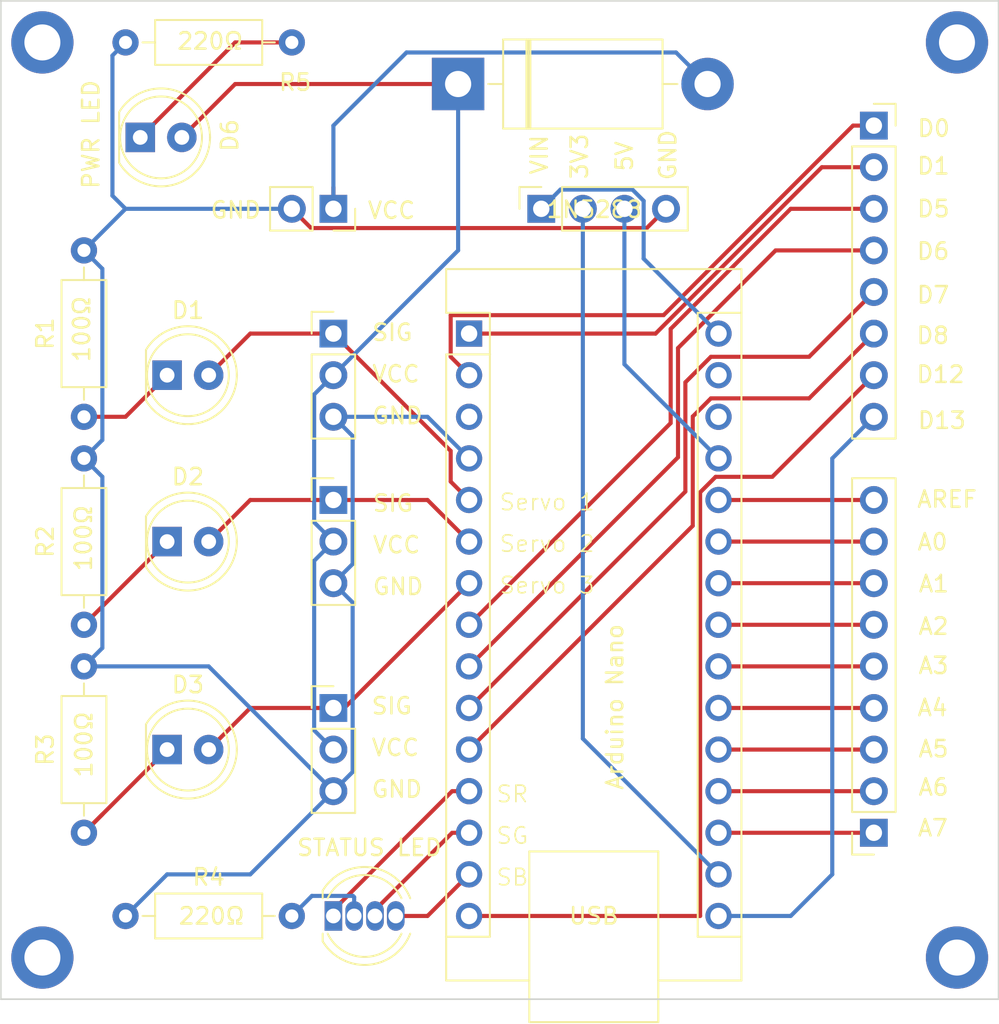
<source format=kicad_pcb>
(kicad_pcb (version 20221018) (generator pcbnew)
  (layers (0 "F.Cu" signal) (31 "B.Cu" signal) (34 "B.Paste" user) (35 "F.Paste" user) (36 "B.SilkS" user "B.Silkscreen") (37 "F.SilkS" user "F.Silkscreen") (38 "B.Mask" user) (39 "F.Mask" user) (44 "Edge.Cuts" user))
  (net 0 "")
  (net 1 "D1")
  (net 2 "D0")
  (net 4 "GND")
  (net 5 "Servo 1")
  (net 6 "Servo 2")
  (net 7 "Servo 3")
  (net 8 "D5")
  (net 9 "D6")
  (net 10 "D7")
  (net 11 "D8")
  (net 12 "Net-(A1-D9)")
  (net 13 "Net-(A1-D10)")
  (net 14 "Net-(A1-D11)")
  (net 15 "D12")
  (net 16 "D13")
  (net 17 "3V3")
  (net 18 "Net-(A1-AREF)")
  (net 19 "Net-(A1-A0)")
  (net 20 "Net-(A1-A1)")
  (net 21 "Net-(A1-A2)")
  (net 22 "Net-(A1-A3)")
  (net 23 "Net-(A1-A4)")
  (net 24 "Net-(A1-A5)")
  (net 25 "Net-(A1-A6)")
  (net 26 "Net-(A1-A7)")
  (net 27 "5V")
  (net 30 "VIN")
  (net 31 "Net-(D1-K)")
  (net 32 "Net-(D2-K)")
  (net 33 "Net-(D3-K)")
  (net 34 "VCC")
  (net 35 "Net-(D5-A)")
  (net 36 "Net-(D4-K)")
  (net 37 "Net-(D6-K)")
  (footprint "MountingHole:MountingHole_2.2mm_M2_DIN965_Pad" (layer "F.Cu") (at 50.8 43.18)
    (fp_text reference "H1" hide)
    (fp_text value "MountingHole" hide)
    (pad "1" thru_hole circle (at 0 0) (size 3.8 3.8) (drill 2.2) (layers "*.Cu" "*.Mask"))
  )
  (footprint "Connector_PinHeader_2.54mm:PinHeader_1x03_P2.54mm_Vertical" (layer "F.Cu") (at 68.58 60.96)
    (fp_text reference "S1" hide)
    (fp_text value "Conn_01x03_Pin" hide)
    (fp_line (start -1.33 -1.33) (end 0 -1.33) (stroke (width 0.12)) (layer "F.SilkS"))
    (fp_line (start -1.33 0) (end -1.33 -1.33) (stroke (width 0.12)) (layer "F.SilkS"))
    (fp_line (start -1.33 1.27) (end -1.33 6.41) (stroke (width 0.12)) (layer "F.SilkS"))
    (fp_line (start -1.33 1.27) (end 1.33 1.27) (stroke (width 0.12)) (layer "F.SilkS"))
    (fp_line (start -1.33 6.41) (end 1.33 6.41) (stroke (width 0.12)) (layer "F.SilkS"))
    (fp_line (start 1.33 1.27) (end 1.33 6.41) (stroke (width 0.12)) (layer "F.SilkS"))
    (pad "1" thru_hole rect (at 0 0) (size 1.7 1.7) (drill 1) (layers "*.Cu" "*.Mask") (net 5 "Servo 1"))
    (pad "2" thru_hole oval (at 0 2.54) (size 1.7 1.7) (drill 1) (layers "*.Cu" "*.Mask") (net 34 "VCC"))
    (pad "3" thru_hole oval (at 0 5.08) (size 1.7 1.7) (drill 1) (layers "*.Cu" "*.Mask") (net 4 "GND"))
  )
  (footprint "Connector_PinHeader_2.54mm:PinHeader_1x03_P2.54mm_Vertical" (layer "F.Cu") (at 68.58 83.82)
    (fp_text reference "S3" hide)
    (fp_text value "Conn_01x03_Pin" hide)
    (fp_line (start -1.33 -1.33) (end 0 -1.33) (stroke (width 0.12)) (layer "F.SilkS"))
    (fp_line (start -1.33 0) (end -1.33 -1.33) (stroke (width 0.12)) (layer "F.SilkS"))
    (fp_line (start -1.33 1.27) (end -1.33 6.41) (stroke (width 0.12)) (layer "F.SilkS"))
    (fp_line (start -1.33 1.27) (end 1.33 1.27) (stroke (width 0.12)) (layer "F.SilkS"))
    (fp_line (start -1.33 6.41) (end 1.33 6.41) (stroke (width 0.12)) (layer "F.SilkS"))
    (fp_line (start 1.33 1.27) (end 1.33 6.41) (stroke (width 0.12)) (layer "F.SilkS"))
    (pad "1" thru_hole rect (at 0 0) (size 1.7 1.7) (drill 1) (layers "*.Cu" "*.Mask") (net 7 "Servo 3"))
    (pad "2" thru_hole oval (at 0 2.54) (size 1.7 1.7) (drill 1) (layers "*.Cu" "*.Mask") (net 34 "VCC"))
    (pad "3" thru_hole oval (at 0 5.08) (size 1.7 1.7) (drill 1) (layers "*.Cu" "*.Mask") (net 4 "GND"))
  )
  (footprint "Connector_PinSocket_2.54mm:PinSocket_1x09_P2.54mm_Vertical" (layer "F.Cu") (at 101.6 91.44 180)
    (fp_text reference "J1" hide)
    (fp_text value "Conn_01x09_Socket" hide)
    (fp_line (start -1.33 1.27) (end -1.33 21.65) (stroke (width 0.12)) (layer "F.SilkS"))
    (fp_line (start -1.33 1.27) (end 1.33 1.27) (stroke (width 0.12)) (layer "F.SilkS"))
    (fp_line (start -1.33 21.65) (end 1.33 21.65) (stroke (width 0.12)) (layer "F.SilkS"))
    (fp_line (start 0 -1.33) (end 1.33 -1.33) (stroke (width 0.12)) (layer "F.SilkS"))
    (fp_line (start 1.33 -1.33) (end 1.33 0) (stroke (width 0.12)) (layer "F.SilkS"))
    (fp_line (start 1.33 1.27) (end 1.33 21.65) (stroke (width 0.12)) (layer "F.SilkS"))
    (pad "1" thru_hole rect (at 0 0 180) (size 1.7 1.7) (drill 1) (layers "*.Cu" "*.Mask") (net 18 "Net-(A1-AREF)"))
    (pad "2" thru_hole oval (at 0 2.54 180) (size 1.7 1.7) (drill 1) (layers "*.Cu" "*.Mask") (net 19 "Net-(A1-A0)"))
    (pad "3" thru_hole oval (at 0 5.08 180) (size 1.7 1.7) (drill 1) (layers "*.Cu" "*.Mask") (net 20 "Net-(A1-A1)"))
    (pad "4" thru_hole oval (at 0 7.62 180) (size 1.7 1.7) (drill 1) (layers "*.Cu" "*.Mask") (net 21 "Net-(A1-A2)"))
    (pad "5" thru_hole oval (at 0 10.16 180) (size 1.7 1.7) (drill 1) (layers "*.Cu" "*.Mask") (net 22 "Net-(A1-A3)"))
    (pad "6" thru_hole oval (at 0 12.7 180) (size 1.7 1.7) (drill 1) (layers "*.Cu" "*.Mask") (net 23 "Net-(A1-A4)"))
    (pad "7" thru_hole oval (at 0 15.24 180) (size 1.7 1.7) (drill 1) (layers "*.Cu" "*.Mask") (net 24 "Net-(A1-A5)"))
    (pad "8" thru_hole oval (at 0 17.78 180) (size 1.7 1.7) (drill 1) (layers "*.Cu" "*.Mask") (net 25 "Net-(A1-A6)"))
    (pad "9" thru_hole oval (at 0 20.32 180) (size 1.7 1.7) (drill 1) (layers "*.Cu" "*.Mask") (net 26 "Net-(A1-A7)"))
  )
  (footprint "LED_THT:LED_D5.0mm" (layer "F.Cu") (at 58.42 73.66)
    (fp_text reference "D2" (at 1.27 -3.96) (layer "F.SilkS"))
    (fp_text value "LED2" hide)
    (fp_line (start -1.29 -1.545) (end -1.29 1.545) (stroke (width 0.12)) (layer "F.SilkS"))
    (fp_arc (start -1.29 -1.54483) (mid 2.072002 -2.880433) (end 4.26 0.000462) (stroke (width 0.12)) (layer "F.SilkS"))
    (fp_arc (start 4.26 -0.000462) (mid 2.072002 2.880433) (end -1.29 1.54483) (stroke (width 0.12)) (layer "F.SilkS"))
    (fp_circle (center 1.27 0) (end 3.77 0) (stroke (width 0.12)) (fill none) (layer "F.SilkS"))
    (pad "1" thru_hole rect (at 0 0) (size 1.8 1.8) (drill 0.9) (layers "*.Cu" "*.Mask") (net 32 "Net-(D2-K)"))
    (pad "2" thru_hole circle (at 2.54 0) (size 1.8 1.8) (drill 0.9) (layers "*.Cu" "*.Mask") (net 6 "Servo 2"))
  )
  (footprint "Resistor_THT:R_Axial_DIN0207_L6.3mm_D2.5mm_P10.16mm_Horizontal" (layer "F.Cu") (at 53.34 78.74 90)
    (fp_text reference "R2" (at 5.08 -2.37 90) (layer "F.SilkS"))
    (fp_text value "R" hide)
    (fp_line (start 1.04 0) (end 1.81 0) (stroke (width 0.12)) (layer "F.SilkS"))
    (fp_line (start 1.81 -1.37) (end 1.81 1.37) (stroke (width 0.12)) (layer "F.SilkS"))
    (fp_line (start 1.81 1.37) (end 8.35 1.37) (stroke (width 0.12)) (layer "F.SilkS"))
    (fp_line (start 8.35 -1.37) (end 1.81 -1.37) (stroke (width 0.12)) (layer "F.SilkS"))
    (fp_line (start 8.35 1.37) (end 8.35 -1.37) (stroke (width 0.12)) (layer "F.SilkS"))
    (fp_line (start 9.12 0) (end 8.35 0) (stroke (width 0.12)) (layer "F.SilkS"))
    (pad "1" thru_hole circle (at 0 0 90) (size 1.6 1.6) (drill 0.8) (layers "*.Cu" "*.Mask") (net 32 "Net-(D2-K)"))
    (pad "2" thru_hole oval (at 10.16 0 90) (size 1.6 1.6) (drill 0.8) (layers "*.Cu" "*.Mask") (net 4 "GND"))
  )
  (footprint "Diode_THT:D_DO-201AD_P15.24mm_Horizontal" (layer "F.Cu") (at 76.2 45.72)
    (fp_text reference "D5" hide)
    (fp_text value "1N5822" hide)
    (fp_line (start 1.84 0) (end 2.75 0) (stroke (width 0.12)) (layer "F.SilkS"))
    (fp_line (start 2.75 -2.72) (end 2.75 2.72) (stroke (width 0.12)) (layer "F.SilkS"))
    (fp_line (start 2.75 2.72) (end 12.49 2.72) (stroke (width 0.12)) (layer "F.SilkS"))
    (fp_line (start 4.175 -2.72) (end 4.175 2.72) (stroke (width 0.12)) (layer "F.SilkS"))
    (fp_line (start 4.295 -2.72) (end 4.295 2.72) (stroke (width 0.12)) (layer "F.SilkS"))
    (fp_line (start 4.415 -2.72) (end 4.415 2.72) (stroke (width 0.12)) (layer "F.SilkS"))
    (fp_line (start 12.49 -2.72) (end 2.75 -2.72) (stroke (width 0.12)) (layer "F.SilkS"))
    (fp_line (start 12.49 2.72) (end 12.49 -2.72) (stroke (width 0.12)) (layer "F.SilkS"))
    (fp_line (start 13.4 0) (end 12.49 0) (stroke (width 0.12)) (layer "F.SilkS"))
    (pad "1" thru_hole rect (at 0 0) (size 3.2 3.2) (drill 1.6) (layers "*.Cu" "*.Mask") (net 34 "VCC"))
    (pad "2" thru_hole oval (at 15.24 0) (size 3.2 3.2) (drill 1.6) (layers "*.Cu" "*.Mask") (net 35 "Net-(D5-A)"))
  )
  (footprint "LED_THT:LED_D5.0mm" (layer "F.Cu") (at 56.78 48.98)
    (fp_text reference "D6" (at 5.466444 -0.127949 90) (layer "F.SilkS"))
    (fp_text value "LED" hide)
    (fp_line (start -1.29 -1.545) (end -1.29 1.545) (stroke (width 0.12)) (layer "F.SilkS"))
    (fp_arc (start -1.29 -1.54483) (mid 2.072002 -2.880433) (end 4.26 0.000462) (stroke (width 0.12)) (layer "F.SilkS"))
    (fp_arc (start 4.26 -0.000462) (mid 2.072002 2.880433) (end -1.29 1.54483) (stroke (width 0.12)) (layer "F.SilkS"))
    (fp_circle (center 1.27 0) (end 3.77 0) (stroke (width 0.12)) (fill none) (layer "F.SilkS"))
    (pad "1" thru_hole rect (at 0 0) (size 1.8 1.8) (drill 0.9) (layers "*.Cu" "*.Mask") (net 37 "Net-(D6-K)"))
    (pad "2" thru_hole circle (at 2.54 0) (size 1.8 1.8) (drill 0.9) (layers "*.Cu" "*.Mask") (net 34 "VCC"))
  )
  (footprint "Resistor_THT:R_Axial_DIN0207_L6.3mm_D2.5mm_P10.16mm_Horizontal" (layer "F.Cu") (at 55.88 96.52)
    (fp_text reference "R4" (at 5.08 -2.37) (layer "F.SilkS"))
    (fp_text value "R" hide)
    (fp_line (start 1.04 0) (end 1.81 0) (stroke (width 0.12)) (layer "F.SilkS"))
    (fp_line (start 1.81 -1.37) (end 1.81 1.37) (stroke (width 0.12)) (layer "F.SilkS"))
    (fp_line (start 1.81 1.37) (end 8.35 1.37) (stroke (width 0.12)) (layer "F.SilkS"))
    (fp_line (start 8.35 -1.37) (end 1.81 -1.37) (stroke (width 0.12)) (layer "F.SilkS"))
    (fp_line (start 8.35 1.37) (end 8.35 -1.37) (stroke (width 0.12)) (layer "F.SilkS"))
    (fp_line (start 9.12 0) (end 8.35 0) (stroke (width 0.12)) (layer "F.SilkS"))
    (pad "1" thru_hole circle (at 0 0) (size 1.6 1.6) (drill 0.8) (layers "*.Cu" "*.Mask") (net 4 "GND"))
    (pad "2" thru_hole oval (at 10.16 0) (size 1.6 1.6) (drill 0.8) (layers "*.Cu" "*.Mask") (net 36 "Net-(D4-K)"))
  )
  (footprint "MountingHole:MountingHole_2.2mm_M2_DIN965_Pad" (layer "F.Cu") (at 106.68 43.18)
    (fp_text reference "H3" hide)
    (fp_text value "MountingHole" hide)
    (pad "1" thru_hole circle (at 0 0) (size 3.8 3.8) (drill 2.2) (layers "*.Cu" "*.Mask"))
  )
  (footprint "Resistor_THT:R_Axial_DIN0207_L6.3mm_D2.5mm_P10.16mm_Horizontal" (layer "F.Cu") (at 55.88 43.18)
    (fp_text reference "R5" (at 10.362219 2.436448) (layer "F.SilkS"))
    (fp_text value "R" hide)
    (fp_line (start 1.04 0) (end 1.81 0) (stroke (width 0.12)) (layer "F.SilkS"))
    (fp_line (start 1.81 -1.37) (end 1.81 1.37) (stroke (width 0.12)) (layer "F.SilkS"))
    (fp_line (start 1.81 1.37) (end 8.35 1.37) (stroke (width 0.12)) (layer "F.SilkS"))
    (fp_line (start 8.35 -1.37) (end 1.81 -1.37) (stroke (width 0.12)) (layer "F.SilkS"))
    (fp_line (start 8.35 1.37) (end 8.35 -1.37) (stroke (width 0.12)) (layer "F.SilkS"))
    (fp_line (start 9.12 0) (end 8.35 0) (stroke (width 0.12)) (layer "F.SilkS"))
    (pad "1" thru_hole circle (at 0 0) (size 1.6 1.6) (drill 0.8) (layers "*.Cu" "*.Mask") (net 4 "GND"))
    (pad "2" thru_hole oval (at 10.16 0) (size 1.6 1.6) (drill 0.8) (layers "*.Cu" "*.Mask") (net 37 "Net-(D6-K)"))
  )
  (footprint "LED_THT:LED_D5.0mm" (layer "F.Cu") (at 58.42 63.5)
    (fp_text reference "D1" (at 1.27 -3.96) (layer "F.SilkS"))
    (fp_text value "LED1" hide)
    (fp_line (start -1.29 -1.545) (end -1.29 1.545) (stroke (width 0.12)) (layer "F.SilkS"))
    (fp_arc (start -1.29 -1.54483) (mid 2.072002 -2.880433) (end 4.26 0.000462) (stroke (width 0.12)) (layer "F.SilkS"))
    (fp_arc (start 4.26 -0.000462) (mid 2.072002 2.880433) (end -1.29 1.54483) (stroke (width 0.12)) (layer "F.SilkS"))
    (fp_circle (center 1.27 0) (end 3.77 0) (stroke (width 0.12)) (fill none) (layer "F.SilkS"))
    (pad "1" thru_hole rect (at 0 0) (size 1.8 1.8) (drill 0.9) (layers "*.Cu" "*.Mask") (net 31 "Net-(D1-K)"))
    (pad "2" thru_hole circle (at 2.54 0) (size 1.8 1.8) (drill 0.9) (layers "*.Cu" "*.Mask") (net 5 "Servo 1"))
  )
  (footprint "MountingHole:MountingHole_2.2mm_M2_DIN965_Pad" (layer "F.Cu") (at 50.8 99.06)
    (fp_text reference "H4" hide)
    (fp_text value "MountingHole" hide)
    (pad "1" thru_hole circle (at 0 0) (size 3.8 3.8) (drill 2.2) (layers "*.Cu" "*.Mask"))
  )
  (footprint "LED_THT:LED_D5.0mm-4_RGB" (layer "F.Cu") (at 68.58 96.52)
    (fp_text reference "D4" hide)
    (fp_text value "LED_RKGB" hide)
    (fp_line (start -0.655 -1.545) (end -0.655 -1.08) (stroke (width 0.12)) (layer "F.SilkS"))
    (fp_line (start -0.655 1.08) (end -0.655 1.545) (stroke (width 0.12)) (layer "F.SilkS"))
    (fp_arc (start -0.655 -1.54483) (mid 2.163456 -2.978809) (end 4.692815 -1.080827) (stroke (width 0.12)) (layer "F.SilkS"))
    (fp_arc (start -0.349684 -1.08) (mid 1.904762 -2.5) (end 4.159479 -1.080429) (stroke (width 0.12)) (layer "F.SilkS"))
    (fp_arc (start 4.159479 1.080429) (mid 1.904762 2.5) (end -0.349684 1.08) (stroke (width 0.12)) (layer "F.SilkS"))
    (fp_arc (start 4.692815 1.080827) (mid 2.163456 2.978808) (end -0.655 1.54483) (stroke (width 0.12)) (layer "F.SilkS"))
    (pad "1" thru_hole rect (at 0 0) (size 1.07 1.8) (drill 0.9) (layers "*.Cu" "*.Mask") (net 12 "Net-(A1-D9)"))
    (pad "2" thru_hole oval (at 1.27 0) (size 1.07 1.8) (drill 0.9) (layers "*.Cu" "*.Mask") (net 36 "Net-(D4-K)"))
    (pad "3" thru_hole oval (at 2.54 0) (size 1.07 1.8) (drill 0.9) (layers "*.Cu" "*.Mask") (net 13 "Net-(A1-D10)"))
    (pad "4" thru_hole oval (at 3.81 0) (size 1.07 1.8) (drill 0.9) (layers "*.Cu" "*.Mask") (net 14 "Net-(A1-D11)"))
  )
  (footprint "Connector_PinSocket_2.54mm:PinSocket_1x02_P2.54mm_Vertical" (layer "F.Cu") (at 68.58 53.34 -90)
    (fp_text reference "J2" hide)
    (fp_text value "PWR" hide)
    (fp_line (start -1.33 1.27) (end -1.33 3.87) (stroke (width 0.12)) (layer "F.SilkS"))
    (fp_line (start -1.33 1.27) (end 1.33 1.27) (stroke (width 0.12)) (layer "F.SilkS"))
    (fp_line (start -1.33 3.87) (end 1.33 3.87) (stroke (width 0.12)) (layer "F.SilkS"))
    (fp_line (start 0 -1.33) (end 1.33 -1.33) (stroke (width 0.12)) (layer "F.SilkS"))
    (fp_line (start 1.33 -1.33) (end 1.33 0) (stroke (width 0.12)) (layer "F.SilkS"))
    (fp_line (start 1.33 1.27) (end 1.33 3.87) (stroke (width 0.12)) (layer "F.SilkS"))
    (pad "1" thru_hole rect (at 0 0 270) (size 1.7 1.7) (drill 1) (layers "*.Cu" "*.Mask") (net 35 "Net-(D5-A)"))
    (pad "2" thru_hole oval (at 0 2.54 270) (size 1.7 1.7) (drill 1) (layers "*.Cu" "*.Mask") (net 4 "GND"))
  )
  (footprint "Resistor_THT:R_Axial_DIN0207_L6.3mm_D2.5mm_P10.16mm_Horizontal" (layer "F.Cu") (at 53.34 66.04 90)
    (fp_text reference "R1" (at 5.08 -2.37 90) (layer "F.SilkS"))
    (fp_text value "R" hide)
    (fp_line (start 1.04 0) (end 1.81 0) (stroke (width 0.12)) (layer "F.SilkS"))
    (fp_line (start 1.81 -1.37) (end 1.81 1.37) (stroke (width 0.12)) (layer "F.SilkS"))
    (fp_line (start 1.81 1.37) (end 8.35 1.37) (stroke (width 0.12)) (layer "F.SilkS"))
    (fp_line (start 8.35 -1.37) (end 1.81 -1.37) (stroke (width 0.12)) (layer "F.SilkS"))
    (fp_line (start 8.35 1.37) (end 8.35 -1.37) (stroke (width 0.12)) (layer "F.SilkS"))
    (fp_line (start 9.12 0) (end 8.35 0) (stroke (width 0.12)) (layer "F.SilkS"))
    (pad "1" thru_hole circle (at 0 0 90) (size 1.6 1.6) (drill 0.8) (layers "*.Cu" "*.Mask") (net 31 "Net-(D1-K)"))
    (pad "2" thru_hole oval (at 10.16 0 90) (size 1.6 1.6) (drill 0.8) (layers "*.Cu" "*.Mask") (net 4 "GND"))
  )
  (footprint "Module:Arduino_Nano" (layer "F.Cu") (at 76.87 60.96)
    (fp_text reference "A1" hide)
    (fp_text value "Arduino_Nano_v3.x" hide)
    (fp_text user "USB" (at 7.62 35.56 unlocked) (layer "F.SilkS"))
    (fp_line (start -1.4 -3.94) (end -1.4 -1.27) (stroke (width 0.12)) (layer "F.SilkS"))
    (fp_line (start -1.4 1.27) (end -1.4 39.5) (stroke (width 0.12)) (layer "F.SilkS"))
    (fp_line (start -1.4 39.5) (end 3.68 39.5) (stroke (width 0.12)) (layer "F.SilkS"))
    (fp_line (start 1.27 -1.27) (end -1.4 -1.27) (stroke (width 0.12)) (layer "F.SilkS"))
    (fp_line (start 1.27 1.27) (end -1.4 1.27) (stroke (width 0.12)) (layer "F.SilkS"))
    (fp_line (start 1.27 1.27) (end 1.27 -1.27) (stroke (width 0.12)) (layer "F.SilkS"))
    (fp_line (start 1.27 1.27) (end 1.27 36.83) (stroke (width 0.12)) (layer "F.SilkS"))
    (fp_line (start 1.27 36.83) (end -1.4 36.83) (stroke (width 0.12)) (layer "F.SilkS"))
    (fp_line (start 3.68 31.62) (end 11.56 31.62) (stroke (width 0.12)) (layer "F.SilkS"))
    (fp_line (start 3.68 42.04) (end 3.68 31.62) (stroke (width 0.12)) (layer "F.SilkS"))
    (fp_line (start 11.56 31.62) (end 11.56 42.04) (stroke (width 0.12)) (layer "F.SilkS"))
    (fp_line (start 11.56 42.04) (end 3.68 42.04) (stroke (width 0.12)) (layer "F.SilkS"))
    (fp_line (start 13.97 -1.27) (end 13.97 36.83) (stroke (width 0.12)) (layer "F.SilkS"))
    (fp_line (start 13.97 -1.27) (end 16.64 -1.27) (stroke (width 0.12)) (layer "F.SilkS"))
    (fp_line (start 13.97 36.83) (end 16.64 36.83) (stroke (width 0.12)) (layer "F.SilkS"))
    (fp_line (start 16.64 -3.94) (end -1.4 -3.94) (stroke (width 0.12)) (layer "F.SilkS"))
    (fp_line (start 16.64 39.5) (end 11.56 39.5) (stroke (width 0.12)) (layer "F.SilkS"))
    (fp_line (start 16.64 39.5) (end 16.64 -3.94) (stroke (width 0.12)) (layer "F.SilkS"))
    (pad "1" thru_hole rect (at 0 0) (size 1.6 1.6) (drill 1) (layers "*.Cu" "*.Mask") (net 1 "D1"))
    (pad "2" thru_hole oval (at 0 2.54) (size 1.6 1.6) (drill 1) (layers "*.Cu" "*.Mask") (net 2 "D0"))
    (pad "3" thru_hole oval (at 0 5.08) (size 1.6 1.6) (drill 1) (layers "*.Cu" "*.Mask"))
    (pad "4" thru_hole oval (at 0 7.62) (size 1.6 1.6) (drill 1) (layers "*.Cu" "*.Mask") (net 4 "GND"))
    (pad "5" thru_hole oval (at 0 10.16) (size 1.6 1.6) (drill 1) (layers "*.Cu" "*.Mask") (net 5 "Servo 1"))
    (pad "6" thru_hole oval (at 0 12.7) (size 1.6 1.6) (drill 1) (layers "*.Cu" "*.Mask") (net 6 "Servo 2"))
    (pad "7" thru_hole oval (at 0 15.24) (size 1.6 1.6) (drill 1) (layers "*.Cu" "*.Mask") (net 7 "Servo 3"))
    (pad "8" thru_hole oval (at 0 17.78) (size 1.6 1.6) (drill 1) (layers "*.Cu" "*.Mask") (net 8 "D5"))
    (pad "9" thru_hole oval (at 0 20.32) (size 1.6 1.6) (drill 1) (layers "*.Cu" "*.Mask") (net 9 "D6"))
    (pad "10" thru_hole oval (at 0 22.86) (size 1.6 1.6) (drill 1) (layers "*.Cu" "*.Mask") (net 10 "D7"))
    (pad "11" thru_hole oval (at 0 25.4) (size 1.6 1.6) (drill 1) (layers "*.Cu" "*.Mask") (net 11 "D8"))
    (pad "12" thru_hole oval (at 0 27.94) (size 1.6 1.6) (drill 1) (layers "*.Cu" "*.Mask") (net 12 "Net-(A1-D9)"))
    (pad "13" thru_hole oval (at 0 30.48) (size 1.6 1.6) (drill 1) (layers "*.Cu" "*.Mask") (net 13 "Net-(A1-D10)"))
    (pad "14" thru_hole oval (at 0 33.02) (size 1.6 1.6) (drill 1) (layers "*.Cu" "*.Mask") (net 14 "Net-(A1-D11)"))
    (pad "15" thru_hole oval (at 0 35.56) (size 1.6 1.6) (drill 1) (layers "*.Cu" "*.Mask") (net 15 "D12"))
    (pad "16" thru_hole oval (at 15.24 35.56) (size 1.6 1.6) (drill 1) (layers "*.Cu" "*.Mask") (net 16 "D13"))
    (pad "17" thru_hole oval (at 15.24 33.02) (size 1.6 1.6) (drill 1) (layers "*.Cu" "*.Mask") (net 17 "3V3"))
    (pad "18" thru_hole oval (at 15.24 30.48) (size 1.6 1.6) (drill 1) (layers "*.Cu" "*.Mask") (net 18 "Net-(A1-AREF)"))
    (pad "19" thru_hole oval (at 15.24 27.94) (size 1.6 1.6) (drill 1) (layers "*.Cu" "*.Mask") (net 19 "Net-(A1-A0)"))
    (pad "20" thru_hole oval (at 15.24 25.4) (size 1.6 1.6) (drill 1) (layers "*.Cu" "*.Mask") (net 20 "Net-(A1-A1)"))
    (pad "21" thru_hole oval (at 15.24 22.86) (size 1.6 1.6) (drill 1) (layers "*.Cu" "*.Mask") (net 21 "Net-(A1-A2)"))
    (pad "22" thru_hole oval (at 15.24 20.32) (size 1.6 1.6) (drill 1) (layers "*.Cu" "*.Mask") (net 22 "Net-(A1-A3)"))
    (pad "23" thru_hole oval (at 15.24 17.78) (size 1.6 1.6) (drill 1) (layers "*.Cu" "*.Mask") (net 23 "Net-(A1-A4)"))
    (pad "24" thru_hole oval (at 15.24 15.24) (size 1.6 1.6) (drill 1) (layers "*.Cu" "*.Mask") (net 24 "Net-(A1-A5)"))
    (pad "25" thru_hole oval (at 15.24 12.7) (size 1.6 1.6) (drill 1) (layers "*.Cu" "*.Mask") (net 25 "Net-(A1-A6)"))
    (pad "26" thru_hole oval (at 15.24 10.16) (size 1.6 1.6) (drill 1) (layers "*.Cu" "*.Mask") (net 26 "Net-(A1-A7)"))
    (pad "27" thru_hole oval (at 15.24 7.62) (size 1.6 1.6) (drill 1) (layers "*.Cu" "*.Mask") (net 27 "5V"))
    (pad "28" thru_hole oval (at 15.24 5.08) (size 1.6 1.6) (drill 1) (layers "*.Cu" "*.Mask"))
    (pad "29" thru_hole oval (at 15.24 2.54) (size 1.6 1.6) (drill 1) (layers "*.Cu" "*.Mask"))
    (pad "30" thru_hole oval (at 15.24 0) (size 1.6 1.6) (drill 1) (layers "*.Cu" "*.Mask") (net 30 "VIN"))
  )
  (footprint "Connector_PinHeader_2.54mm:PinHeader_1x03_P2.54mm_Vertical" (layer "F.Cu") (at 68.58 71.12)
    (fp_text reference "S2" hide)
    (fp_text value "Conn_01x03_Pin" hide)
    (fp_line (start -1.33 -1.33) (end 0 -1.33) (stroke (width 0.12)) (layer "F.SilkS"))
    (fp_line (start -1.33 0) (end -1.33 -1.33) (stroke (width 0.12)) (layer "F.SilkS"))
    (fp_line (start -1.33 1.27) (end -1.33 6.41) (stroke (width 0.12)) (layer "F.SilkS"))
    (fp_line (start -1.33 1.27) (end 1.33 1.27) (stroke (width 0.12)) (layer "F.SilkS"))
    (fp_line (start -1.33 6.41) (end 1.33 6.41) (stroke (width 0.12)) (layer "F.SilkS"))
    (fp_line (start 1.33 1.27) (end 1.33 6.41) (stroke (width 0.12)) (layer "F.SilkS"))
    (pad "1" thru_hole rect (at 0 0) (size 1.7 1.7) (drill 1) (layers "*.Cu" "*.Mask") (net 6 "Servo 2"))
    (pad "2" thru_hole oval (at 0 2.54) (size 1.7 1.7) (drill 1) (layers "*.Cu" "*.Mask") (net 34 "VCC"))
    (pad "3" thru_hole oval (at 0 5.08) (size 1.7 1.7) (drill 1) (layers "*.Cu" "*.Mask") (net 4 "GND"))
  )
  (footprint "Connector_PinSocket_2.54mm:PinSocket_1x08_P2.54mm_Vertical" (layer "F.Cu") (at 101.6 48.26)
    (fp_text reference "J3" hide)
    (fp_text value "Conn_01x08_Socket" hide)
    (fp_line (start -1.33 1.27) (end -1.33 19.11) (stroke (width 0.12)) (layer "F.SilkS"))
    (fp_line (start -1.33 1.27) (end 1.33 1.27) (stroke (width 0.12)) (layer "F.SilkS"))
    (fp_line (start -1.33 19.11) (end 1.33 19.11) (stroke (width 0.12)) (layer "F.SilkS"))
    (fp_line (start 0 -1.33) (end 1.33 -1.33) (stroke (width 0.12)) (layer "F.SilkS"))
    (fp_line (start 1.33 -1.33) (end 1.33 0) (stroke (width 0.12)) (layer "F.SilkS"))
    (fp_line (start 1.33 1.27) (end 1.33 19.11) (stroke (width 0.12)) (layer "F.SilkS"))
    (pad "1" thru_hole rect (at 0 0) (size 1.7 1.7) (drill 1) (layers "*.Cu" "*.Mask") (net 2 "D0"))
    (pad "2" thru_hole oval (at 0 2.54) (size 1.7 1.7) (drill 1) (layers "*.Cu" "*.Mask") (net 1 "D1"))
    (pad "3" thru_hole oval (at 0 5.08) (size 1.7 1.7) (drill 1) (layers "*.Cu" "*.Mask") (net 8 "D5"))
    (pad "4" thru_hole oval (at 0 7.62) (size 1.7 1.7) (drill 1) (layers "*.Cu" "*.Mask") (net 9 "D6"))
    (pad "5" thru_hole oval (at 0 10.16) (size 1.7 1.7) (drill 1) (layers "*.Cu" "*.Mask") (net 10 "D7"))
    (pad "6" thru_hole oval (at 0 12.7) (size 1.7 1.7) (drill 1) (layers "*.Cu" "*.Mask") (net 11 "D8"))
    (pad "7" thru_hole oval (at 0 15.24) (size 1.7 1.7) (drill 1) (layers "*.Cu" "*.Mask") (net 15 "D12"))
    (pad "8" thru_hole oval (at 0 17.78) (size 1.7 1.7) (drill 1) (layers "*.Cu" "*.Mask") (net 16 "D13"))
  )
  (footprint "MountingHole:MountingHole_2.2mm_M2_DIN965_Pad" (layer "F.Cu") (at 106.68 99.06)
    (fp_text reference "H2" hide)
    (fp_text value "MountingHole" hide)
    (pad "1" thru_hole circle (at 0 0) (size 3.8 3.8) (drill 2.2) (layers "*.Cu" "*.Mask"))
  )
  (footprint "LED_THT:LED_D5.0mm" (layer "F.Cu") (at 58.42 86.36)
    (fp_text reference "D3" (at 1.27 -3.96) (layer "F.SilkS"))
    (fp_text value "LED3" hide)
    (fp_line (start -1.29 -1.545) (end -1.29 1.545) (stroke (width 0.12)) (layer "F.SilkS"))
    (fp_arc (start -1.29 -1.54483) (mid 2.072002 -2.880433) (end 4.26 0.000462) (stroke (width 0.12)) (layer "F.SilkS"))
    (fp_arc (start 4.26 -0.000462) (mid 2.072002 2.880433) (end -1.29 1.54483) (stroke (width 0.12)) (layer "F.SilkS"))
    (fp_circle (center 1.27 0) (end 3.77 0) (stroke (width 0.12)) (fill none) (layer "F.SilkS"))
    (pad "1" thru_hole rect (at 0 0) (size 1.8 1.8) (drill 0.9) (layers "*.Cu" "*.Mask") (net 33 "Net-(D3-K)"))
    (pad "2" thru_hole circle (at 2.54 0) (size 1.8 1.8) (drill 0.9) (layers "*.Cu" "*.Mask") (net 7 "Servo 3"))
  )
  (footprint "Connector_PinSocket_2.54mm:PinSocket_1x04_P2.54mm_Vertical" (layer "F.Cu") (at 81.28 53.34 90)
    (fp_text reference "J4" hide)
    (fp_text value "Conn_01x04_Socket" hide)
    (fp_line (start -1.33 1.27) (end -1.33 8.95) (stroke (width 0.12)) (layer "F.SilkS"))
    (fp_line (start -1.33 1.27) (end 1.33 1.27) (stroke (width 0.12)) (layer "F.SilkS"))
    (fp_line (start -1.33 8.95) (end 1.33 8.95) (stroke (width 0.12)) (layer "F.SilkS"))
    (fp_line (start 0 -1.33) (end 1.33 -1.33) (stroke (width 0.12)) (layer "F.SilkS"))
    (fp_line (start 1.33 -1.33) (end 1.33 0) (stroke (width 0.12)) (layer "F.SilkS"))
    (fp_line (start 1.33 1.27) (end 1.33 8.95) (stroke (width 0.12)) (layer "F.SilkS"))
    (pad "1" thru_hole rect (at 0 0 90) (size 1.7 1.7) (drill 1) (layers "*.Cu" "*.Mask") (net 30 "VIN"))
    (pad "2" thru_hole oval (at 0 2.54 90) (size 1.7 1.7) (drill 1) (layers "*.Cu" "*.Mask") (net 17 "3V3"))
    (pad "3" thru_hole oval (at 0 5.08 90) (size 1.7 1.7) (drill 1) (layers "*.Cu" "*.Mask") (net 27 "5V"))
    (pad "4" thru_hole oval (at 0 7.62 90) (size 1.7 1.7) (drill 1) (layers "*.Cu" "*.Mask") (net 4 "GND"))
  )
  (footprint "Resistor_THT:R_Axial_DIN0207_L6.3mm_D2.5mm_P10.16mm_Horizontal" (layer "F.Cu") (at 53.34 91.44 90)
    (fp_text reference "R3" (at 5.08 -2.37 90) (layer "F.SilkS"))
    (fp_text value "R" hide)
    (fp_line (start 1.04 0) (end 1.81 0) (stroke (width 0.12)) (layer "F.SilkS"))
    (fp_line (start 1.81 -1.37) (end 1.81 1.37) (stroke (width 0.12)) (layer "F.SilkS"))
    (fp_line (start 1.81 1.37) (end 8.35 1.37) (stroke (width 0.12)) (layer "F.SilkS"))
    (fp_line (start 8.35 -1.37) (end 1.81 -1.37) (stroke (width 0.12)) (layer "F.SilkS"))
    (fp_line (start 8.35 1.37) (end 8.35 -1.37) (stroke (width 0.12)) (layer "F.SilkS"))
    (fp_line (start 9.12 0) (end 8.35 0) (stroke (width 0.12)) (layer "F.SilkS"))
    (pad "1" thru_hole circle (at 0 0 90) (size 1.6 1.6) (drill 0.8) (layers "*.Cu" "*.Mask") (net 33 "Net-(D3-K)"))
    (pad "2" thru_hole oval (at 10.16 0 90) (size 1.6 1.6) (drill 0.8) (layers "*.Cu" "*.Mask") (net 4 "GND"))
  )
  (gr_rect (start 48.26 40.64) (end 109.22 101.6) (stroke (width 0.1)) (fill none) (layer "Edge.Cuts"))
  (gr_text "SG" (at 78.474018 92.200575) (layer "F.SilkS") (effects (font (size 1 1) (thickness 0.1)) (justify left bottom)))
  (gr_text "VCC" (at 70.8371 86.824583) (layer "F.SilkS") (effects (font (size 1 1)) (justify left bottom)))
  (gr_text "Servo 3" (at 78.663176 76.913347) (layer "F.SilkS") (effects (font (size 1 1) (thickness 0.1)) (justify left bottom)))
  (gr_text "GND" (at 89.600621 51.678643 90) (layer "F.SilkS") (effects (font (size 1 1)) (justify left bottom)))
  (gr_text "1N5288" (at 81.516567 53.966745) (layer "F.SilkS") (effects (font (size 1 1)) (justify left bottom)))
  (gr_text "Servo 2" (at 78.663176 74.373347) (layer "F.SilkS") (effects (font (size 1 1) (thickness 0.1)) (justify left bottom)))
  (gr_text "A4" (at 104.185076 84.388886) (layer "F.SilkS") (effects (font (size 1 1)) (justify left bottom)))
  (gr_text "D6" (at 104.146093 56.515918) (layer "F.SilkS") (effects (font (size 1 1)) (justify left bottom)))
  (gr_text "SR" (at 78.474018 89.660575) (layer "F.SilkS") (effects (font (size 1 1) (thickness 0.1)) (justify left bottom)))
  (gr_text "VCC" (at 70.907825 74.447717) (layer "F.SilkS") (effects (font (size 1 1)) (justify left bottom)))
  (gr_text "SIG" (at 70.872462 61.475786) (layer "F.SilkS") (effects (font (size 1 1)) (justify left bottom)))
  (gr_text "D8" (at 104.126602 61.661697) (layer "F.SilkS") (effects (font (size 1 1)) (justify left bottom)))
  (gr_text "D5" (at 104.165585 53.923537) (layer "F.SilkS") (effects (font (size 1 1)) (justify left bottom)))
  (gr_text "D12" (at 104.126602 64.03967) (layer "F.SilkS") (effects (font (size 1 1)) (justify left bottom)))
  (gr_text "D13" (at 104.204568 66.846458) (layer "F.SilkS") (effects (font (size 1 1)) (justify left bottom)))
  (gr_text "A3" (at 104.243551 81.815997) (layer "F.SilkS") (effects (font (size 1 1)) (justify left bottom)))
  (gr_text "A6" (at 104.243551 89.242291) (layer "F.SilkS") (effects (font (size 1 1)) (justify left bottom)))
  (gr_text "SIG" (at 70.907825 71.907717) (layer "F.SilkS") (effects (font (size 1 1)) (justify left bottom)))
  (gr_text "VCC" (at 70.872462 64.015786) (layer "F.SilkS") (effects (font (size 1 1)) (justify left bottom)))
  (gr_text "D7" (at 104.146093 59.186265) (layer "F.SilkS") (effects (font (size 1 1)) (justify left bottom)))
  (gr_text "220Ω" (at 58.952366 43.686781) (layer "F.SilkS") (effects (font (size 1 1)) (justify left bottom)))
  (gr_text "STATUS LED" (at 66.27534 92.930095) (layer "F.SilkS") (effects (font (size 1 1)) (justify left bottom)))
  (gr_text "5V" (at 86.949765 51.132878 90) (layer "F.SilkS") (effects (font (size 1 1)) (justify left bottom)))
  (gr_text "SIG" (at 70.8371 84.284583) (layer "F.SilkS") (effects (font (size 1 1)) (justify left bottom)))
  (gr_text "GND" (at 70.8371 89.364583) (layer "F.SilkS") (effects (font (size 1 1)) (justify left bottom)))
  (gr_text "AREF" (at 104.165585 71.66088) (layer "F.SilkS") (effects (font (size 1 1)) (justify left bottom)))
  (gr_text "A0\n" (at 104.185076 74.272753) (layer "F.SilkS") (effects (font (size 1 1)) (justify left bottom)))
  (gr_text "A5" (at 104.243551 86.903301) (layer "F.SilkS") (effects (font (size 1 1)) (justify left bottom)))
  (gr_text "VIN\n" (at 81.745511 51.327794 90) (layer "F.SilkS") (effects (font (size 1 1)) (justify left bottom)))
  (gr_text "A1" (at 104.263043 76.826151) (layer "F.SilkS") (effects (font (size 1 1)) (justify left bottom)))
  (gr_text "D0" (at 104.185076 49.011657) (layer "F.SilkS") (effects (font (size 1 1)) (justify left bottom)))
  (gr_text "SB" (at 78.474018 94.740575) (layer "F.SilkS") (effects (font (size 1 1) (thickness 0.1)) (justify left bottom)))
  (gr_text "D1" (at 104.165585 51.311664) (layer "F.SilkS") (effects (font (size 1 1)) (justify left bottom)))
  (gr_text "GND" (at 70.872462 66.555786) (layer "F.SilkS") (effects (font (size 1 1)) (justify left bottom)))
  (gr_text "VCC" (at 70.59783 54.021914) (layer "F.SilkS") (effects (font (size 1 1)) (justify left bottom)))
  (gr_text "A2" (at 104.243551 79.418532) (layer "F.SilkS") (effects (font (size 1 1)) (justify left bottom)))
  (gr_text "PWR LED" (at 54.352352 52.204604 90) (layer "F.SilkS") (effects (font (size 1 1)) (justify left bottom)))
  (gr_text "A7" (at 104.204568 91.737214) (layer "F.SilkS") (effects (font (size 1 1)) (justify left bottom)))
  (gr_text "3V3\n" (at 84.201451 51.620168 90) (layer "F.SilkS") (effects (font (size 1 1)) (justify left bottom)))
  (gr_text "220Ω" (at 59.042568 97.109343) (layer "F.SilkS") (effects (font (size 1 1)) (justify left bottom)))
  (gr_text "100Ω" (at 53.788742 62.783132 90) (layer "F.SilkS") (effects (font (size 1 1)) (justify left bottom)))
  (gr_text "Arduino Nano" (at 86.36 88.9 90) (layer "F.SilkS") (effects (font (size 1 1)) (justify left bottom)))
  (gr_text "GND" (at 60.994953 54.006197) (layer "F.SilkS") (effects (font (size 1 1)) (justify left bottom)))
  (gr_text "Servo 1\n" (at 78.663176 71.833347) (layer "F.SilkS") (effects (font (size 1 1) (thickness 0.1)) (justify left bottom)))
  (gr_text "100Ω" (at 53.924167 88.151692 90) (layer "F.SilkS") (effects (font (size 1 1)) (justify left bottom)))
  (gr_text "GND" (at 70.907825 76.987717) (layer "F.SilkS") (effects (font (size 1 1)) (justify left bottom)))
  (gr_text "100Ω" (at 53.892733 75.546934 90) (layer "F.SilkS") (effects (font (size 1 1)) (justify left bottom)))
  (segment (start 101.6 50.8) (end 98.423604 50.8) (width 0.25) (layer "F.Cu") (net 1))
  (segment (start 88.263604 60.96) (end 76.87 60.96) (width 0.25) (layer "F.Cu") (net 1))
  (segment (start 98.423604 50.8) (end 88.263604 60.96) (width 0.25) (layer "F.Cu") (net 1))
  (segment (start 101.6 48.26) (end 100.327208 48.26) (width 0.25) (layer "F.Cu") (net 2))
  (segment (start 100.327208 48.26) (end 88.752208 59.835) (width 0.25) (layer "F.Cu") (net 2))
  (segment (start 75.745 62.375) (end 76.87 63.5) (width 0.25) (layer "F.Cu") (net 2))
  (segment (start 75.745 59.835) (end 75.745 62.375) (width 0.25) (layer "F.Cu") (net 2))
  (segment (start 88.752208 59.835) (end 75.745 59.835) (width 0.25) (layer "F.Cu") (net 2))
  (segment (start 67.215 54.515) (end 66.04 53.34) (width 0.25) (layer "F.Cu") (net 4))
  (segment (start 87.725 54.515) (end 67.215 54.515) (width 0.25) (layer "F.Cu") (net 4))
  (segment (start 88.9 53.34) (end 87.725 54.515) (width 0.25) (layer "F.Cu") (net 4))
  (segment (start 69.755 75.025) (end 69.755 67.215) (width 0.25) (layer "B.Cu") (net 4))
  (segment (start 68.58 76.2) (end 69.755 75.025) (width 0.25) (layer "B.Cu") (net 4))
  (segment (start 58.42 93.98) (end 55.88 96.52) (width 0.25) (layer "B.Cu") (net 4))
  (segment (start 55.080001 52.540001) (end 55.88 53.34) (width 0.25) (layer "B.Cu") (net 4))
  (segment (start 60.96 81.28) (end 68.58 88.9) (width 0.25) (layer "B.Cu") (net 4))
  (segment (start 63.5 93.98) (end 58.42 93.98) (width 0.25) (layer "B.Cu") (net 4))
  (segment (start 53.34 81.28) (end 60.96 81.28) (width 0.25) (layer "B.Cu") (net 4))
  (segment (start 54.465 69.705) (end 54.465 80.155) (width 0.25) (layer "B.Cu") (net 4))
  (segment (start 55.88 53.34) (end 53.34 55.88) (width 0.25) (layer "B.Cu") (net 4))
  (segment (start 54.465 67.455) (end 53.34 68.58) (width 0.25) (layer "B.Cu") (net 4))
  (segment (start 74.33 66.04) (end 76.87 68.58) (width 0.25) (layer "B.Cu") (net 4))
  (segment (start 53.34 68.58) (end 54.465 69.705) (width 0.25) (layer "B.Cu") (net 4))
  (segment (start 54.465 80.155) (end 53.34 81.28) (width 0.25) (layer "B.Cu") (net 4))
  (segment (start 68.58 88.9) (end 63.5 93.98) (width 0.25) (layer "B.Cu") (net 4))
  (segment (start 55.080001 43.979999) (end 55.080001 52.540001) (width 0.25) (layer "B.Cu") (net 4))
  (segment (start 69.755 87.725) (end 68.58 88.9) (width 0.25) (layer "B.Cu") (net 4))
  (segment (start 54.465 57.005) (end 54.465 67.455) (width 0.25) (layer "B.Cu") (net 4))
  (segment (start 68.58 66.04) (end 74.33 66.04) (width 0.25) (layer "B.Cu") (net 4))
  (segment (start 66.04 53.34) (end 55.88 53.34) (width 0.25) (layer "B.Cu") (net 4))
  (segment (start 55.88 43.18) (end 55.080001 43.979999) (width 0.25) (layer "B.Cu") (net 4))
  (segment (start 68.58 76.2) (end 69.755 77.375) (width 0.25) (layer "B.Cu") (net 4))
  (segment (start 69.755 77.375) (end 69.755 87.725) (width 0.25) (layer "B.Cu") (net 4))
  (segment (start 53.34 55.88) (end 54.465 57.005) (width 0.25) (layer "B.Cu") (net 4))
  (segment (start 69.755 67.215) (end 68.58 66.04) (width 0.25) (layer "B.Cu") (net 4))
  (segment (start 63.5 60.96) (end 68.58 60.96) (width 0.25) (layer "F.Cu") (net 5))
  (segment (start 75.745 69.995) (end 76.87 71.12) (width 0.25) (layer "F.Cu") (net 5))
  (segment (start 75.745 68.125) (end 75.745 69.995) (width 0.25) (layer "F.Cu") (net 5))
  (segment (start 60.96 63.5) (end 63.5 60.96) (width 0.25) (layer "F.Cu") (net 5))
  (segment (start 68.58 60.96) (end 75.745 68.125) (width 0.25) (layer "F.Cu") (net 5))
  (segment (start 74.33 71.12) (end 76.87 73.66) (width 0.25) (layer "F.Cu") (net 6))
  (segment (start 68.58 71.12) (end 74.33 71.12) (width 0.25) (layer "F.Cu") (net 6))
  (segment (start 63.5 71.12) (end 68.58 71.12) (width 0.25) (layer "F.Cu") (net 6))
  (segment (start 60.96 73.66) (end 63.5 71.12) (width 0.25) (layer "F.Cu") (net 6))
  (segment (start 60.96 86.36) (end 63.5 83.82) (width 0.25) (layer "F.Cu") (net 7))
  (segment (start 76.87 76.2) (end 69.25 83.82) (width 0.25) (layer "F.Cu") (net 7))
  (segment (start 69.25 83.82) (end 68.58 83.82) (width 0.25) (layer "F.Cu") (net 7))
  (segment (start 63.5 83.82) (end 68.58 83.82) (width 0.25) (layer "F.Cu") (net 7))
  (segment (start 76.87 78.74) (end 89.185 66.425) (width 0.25) (layer "F.Cu") (net 8))
  (segment (start 96.52 53.34) (end 101.6 53.34) (width 0.25) (layer "F.Cu") (net 8))
  (segment (start 89.185 60.675) (end 96.52 53.34) (width 0.25) (layer "F.Cu") (net 8))
  (segment (start 89.185 66.425) (end 89.185 60.675) (width 0.25) (layer "F.Cu") (net 8))
  (segment (start 89.635 68.515) (end 89.635 61.844009) (width 0.25) (layer "F.Cu") (net 9))
  (segment (start 95.599009 55.88) (end 101.6 55.88) (width 0.25) (layer "F.Cu") (net 9))
  (segment (start 89.635 61.844009) (end 95.599009 55.88) (width 0.25) (layer "F.Cu") (net 9))
  (segment (start 76.87 81.28) (end 89.635 68.515) (width 0.25) (layer "F.Cu") (net 9))
  (segment (start 90.085 63.934009) (end 91.644009 62.375) (width 0.25) (layer "F.Cu") (net 10))
  (segment (start 91.644009 62.375) (end 97.645 62.375) (width 0.25) (layer "F.Cu") (net 10))
  (segment (start 90.085 70.605) (end 90.085 63.934009) (width 0.25) (layer "F.Cu") (net 10))
  (segment (start 97.645 62.375) (end 101.6 58.42) (width 0.25) (layer "F.Cu") (net 10))
  (segment (start 76.87 83.82) (end 90.085 70.605) (width 0.25) (layer "F.Cu") (net 10))
  (segment (start 90.535 66.024009) (end 91.644009 64.915) (width 0.25) (layer "F.Cu") (net 11))
  (segment (start 97.645 64.915) (end 101.6 60.96) (width 0.25) (layer "F.Cu") (net 11))
  (segment (start 76.87 86.36) (end 90.535 72.695) (width 0.25) (layer "F.Cu") (net 11))
  (segment (start 90.535 72.695) (end 90.535 66.024009) (width 0.25) (layer "F.Cu") (net 11))
  (segment (start 91.644009 64.915) (end 97.645 64.915) (width 0.25) (layer "F.Cu") (net 11))
  (segment (start 75.835 88.9) (end 76.87 88.9) (width 0.25) (layer "F.Cu") (net 12))
  (segment (start 68.58 96.155) (end 75.835 88.9) (width 0.25) (layer "F.Cu") (net 12))
  (segment (start 68.58 96.52) (end 68.58 96.155) (width 0.25) (layer "F.Cu") (net 12))
  (segment (start 71.12 96.155) (end 75.835 91.44) (width 0.25) (layer "F.Cu") (net 13))
  (segment (start 75.835 91.44) (end 76.87 91.44) (width 0.25) (layer "F.Cu") (net 13))
  (segment (start 71.12 96.52) (end 71.12 96.155) (width 0.25) (layer "F.Cu") (net 13))
  (segment (start 74.33 96.52) (end 76.87 93.98) (width 0.25) (layer "F.Cu") (net 14))
  (segment (start 72.39 96.52) (end 74.33 96.52) (width 0.25) (layer "F.Cu") (net 14))
  (segment (start 91.934009 69.705) (end 90.985 70.654009) (width 0.25) (layer "F.Cu") (net 15))
  (segment (start 90.985 70.654009) (end 90.985 96.52) (width 0.25) (layer "F.Cu") (net 15))
  (segment (start 90.985 96.52) (end 76.87 96.52) (width 0.25) (layer "F.Cu") (net 15))
  (segment (start 95.395 69.705) (end 91.934009 69.705) (width 0.25) (layer "F.Cu") (net 15))
  (segment (start 101.6 63.5) (end 95.395 69.705) (width 0.25) (layer "F.Cu") (net 15))
  (segment (start 99.06 68.58) (end 101.6 66.04) (width 0.25) (layer "B.Cu") (net 16))
  (segment (start 92.11 96.52) (end 96.52 96.52) (width 0.25) (layer "B.Cu") (net 16))
  (segment (start 96.52 96.52) (end 99.06 93.98) (width 0.25) (layer "B.Cu") (net 16))
  (segment (start 99.06 93.98) (end 99.06 68.58) (width 0.25) (layer "B.Cu") (net 16))
  (segment (start 83.82 53.34) (end 83.82 85.69) (width 0.25) (layer "B.Cu") (net 17))
  (segment (start 83.82 85.69) (end 92.11 93.98) (width 0.25) (layer "B.Cu") (net 17))
  (segment (start 101.6 91.44) (end 92.11 91.44) (width 0.25) (layer "F.Cu") (net 18))
  (segment (start 92.11 88.9) (end 101.6 88.9) (width 0.25) (layer "F.Cu") (net 19))
  (segment (start 101.6 86.36) (end 92.11 86.36) (width 0.25) (layer "F.Cu") (net 20))
  (segment (start 92.11 83.82) (end 101.6 83.82) (width 0.25) (layer "F.Cu") (net 21))
  (segment (start 92.11 81.28) (end 101.6 81.28) (width 0.25) (layer "F.Cu") (net 22))
  (segment (start 101.6 78.74) (end 92.11 78.74) (width 0.25) (layer "F.Cu") (net 23))
  (segment (start 92.11 76.2) (end 101.6 76.2) (width 0.25) (layer "F.Cu") (net 24))
  (segment (start 101.6 73.66) (end 92.11 73.66) (width 0.25) (layer "F.Cu") (net 25))
  (segment (start 92.11 71.12) (end 101.6 71.12) (width 0.25) (layer "F.Cu") (net 26))
  (segment (start 86.36 53.34) (end 86.36 62.83) (width 0.25) (layer "B.Cu") (net 27))
  (segment (start 86.36 62.83) (end 92.11 68.58) (width 0.25) (layer "B.Cu") (net 27))
  (segment (start 86.846701 52.165) (end 87.535 52.853299) (width 0.25) (layer "B.Cu") (net 30))
  (segment (start 81.28 53.34) (end 82.455 52.165) (width 0.25) (layer "B.Cu") (net 30))
  (segment (start 87.535 52.853299) (end 87.535 56.385) (width 0.25) (layer "B.Cu") (net 30))
  (segment (start 82.455 52.165) (end 86.846701 52.165) (width 0.25) (layer "B.Cu") (net 30))
  (segment (start 87.535 56.385) (end 92.11 60.96) (width 0.25) (layer "B.Cu") (net 30))
  (segment (start 55.88 66.04) (end 58.42 63.5) (width 0.25) (layer "F.Cu") (net 31))
  (segment (start 53.34 66.04) (end 55.88 66.04) (width 0.25) (layer "F.Cu") (net 31))
  (segment (start 53.34 78.74) (end 58.42 73.66) (width 0.25) (layer "F.Cu") (net 32))
  (segment (start 58.42 86.36) (end 53.34 91.44) (width 0.25) (layer "F.Cu") (net 33))
  (segment (start 53.34 91.44) (end 54.465 90.315) (width 0.25) (layer "F.Cu") (net 33))
  (segment (start 62.58 45.72) (end 59.32 48.98) (width 0.25) (layer "F.Cu") (net 34))
  (segment (start 76.2 45.72) (end 62.58 45.72) (width 0.25) (layer "F.Cu") (net 34))
  (segment (start 67.405 74.835) (end 67.405 85.185) (width 0.25) (layer "B.Cu") (net 34))
  (segment (start 68.58 63.5) (end 76.2 55.88) (width 0.25) (layer "B.Cu") (net 34))
  (segment (start 67.405 85.185) (end 68.58 86.36) (width 0.25) (layer "B.Cu") (net 34))
  (segment (start 68.58 73.66) (end 67.405 74.835) (width 0.25) (layer "B.Cu") (net 34))
  (segment (start 68.58 63.5) (end 67.405 64.675) (width 0.25) (layer "B.Cu") (net 34))
  (segment (start 76.2 55.88) (end 76.2 45.72) (width 0.25) (layer "B.Cu") (net 34))
  (segment (start 67.405 64.675) (end 67.405 72.485) (width 0.25) (layer "B.Cu") (net 34))
  (segment (start 67.405 72.485) (end 68.58 73.66) (width 0.25) (layer "B.Cu") (net 34))
  (segment (start 68.58 53.34) (end 68.58 52.03) (width 0.25) (layer "F.Cu") (net 35))
  (segment (start 68.58 48.26) (end 68.58 53.34) (width 0.25) (layer "B.Cu") (net 35))
  (segment (start 91.44 45.72) (end 89.515 43.795) (width 0.25) (layer "B.Cu") (net 35))
  (segment (start 89.515 43.795) (end 73.045 43.795) (width 0.25) (layer "B.Cu") (net 35))
  (segment (start 73.045 43.795) (end 68.58 48.26) (width 0.25) (layer "B.Cu") (net 35))
  (segment (start 69.85 95.37) (end 69.85 96.52) (width 0.25) (layer "B.Cu") (net 36))
  (segment (start 69.775 95.295) (end 69.85 95.37) (width 0.25) (layer "B.Cu") (net 36))
  (segment (start 67.265 95.295) (end 69.775 95.295) (width 0.25) (layer "B.Cu") (net 36))
  (segment (start 66.04 96.52) (end 67.265 95.295) (width 0.25) (layer "B.Cu") (net 36))
  (segment (start 62.58 43.18) (end 66.04 43.18) (width 0.25) (layer "F.Cu") (net 37))
  (segment (start 56.78 48.98) (end 62.58 43.18) (width 0.25) (layer "F.Cu") (net 37))
)
</source>
